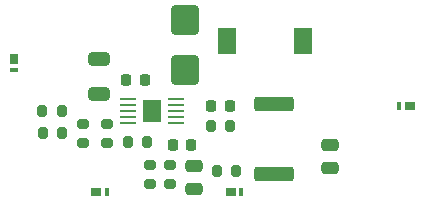
<source format=gbr>
%TF.GenerationSoftware,KiCad,Pcbnew,9.0.7-9.0.7~ubuntu24.04.1*%
%TF.CreationDate,2026-02-02T03:22:15+01:00*%
%TF.ProjectId,LaserDriver,4c617365-7244-4726-9976-65722e6b6963,rev?*%
%TF.SameCoordinates,Original*%
%TF.FileFunction,Paste,Top*%
%TF.FilePolarity,Positive*%
%FSLAX46Y46*%
G04 Gerber Fmt 4.6, Leading zero omitted, Abs format (unit mm)*
G04 Created by KiCad (PCBNEW 9.0.7-9.0.7~ubuntu24.04.1) date 2026-02-02 03:22:15*
%MOMM*%
%LPD*%
G01*
G04 APERTURE LIST*
G04 Aperture macros list*
%AMRoundRect*
0 Rectangle with rounded corners*
0 $1 Rounding radius*
0 $2 $3 $4 $5 $6 $7 $8 $9 X,Y pos of 4 corners*
0 Add a 4 corners polygon primitive as box body*
4,1,4,$2,$3,$4,$5,$6,$7,$8,$9,$2,$3,0*
0 Add four circle primitives for the rounded corners*
1,1,$1+$1,$2,$3*
1,1,$1+$1,$4,$5*
1,1,$1+$1,$6,$7*
1,1,$1+$1,$8,$9*
0 Add four rect primitives between the rounded corners*
20,1,$1+$1,$2,$3,$4,$5,0*
20,1,$1+$1,$4,$5,$6,$7,0*
20,1,$1+$1,$6,$7,$8,$9,0*
20,1,$1+$1,$8,$9,$2,$3,0*%
G04 Aperture macros list end*
%ADD10RoundRect,0.225000X-0.225000X-0.250000X0.225000X-0.250000X0.225000X0.250000X-0.225000X0.250000X0*%
%ADD11RoundRect,0.075000X0.390000X0.275000X-0.390000X0.275000X-0.390000X-0.275000X0.390000X-0.275000X0*%
%ADD12RoundRect,0.075000X0.075000X0.275000X-0.075000X0.275000X-0.075000X-0.275000X0.075000X-0.275000X0*%
%ADD13RoundRect,0.200000X-0.200000X-0.275000X0.200000X-0.275000X0.200000X0.275000X-0.200000X0.275000X0*%
%ADD14RoundRect,0.250000X1.425000X-0.362500X1.425000X0.362500X-1.425000X0.362500X-1.425000X-0.362500X0*%
%ADD15RoundRect,0.075000X-0.390000X-0.275000X0.390000X-0.275000X0.390000X0.275000X-0.390000X0.275000X0*%
%ADD16RoundRect,0.075000X-0.075000X-0.275000X0.075000X-0.275000X0.075000X0.275000X-0.075000X0.275000X0*%
%ADD17RoundRect,0.200000X0.275000X-0.200000X0.275000X0.200000X-0.275000X0.200000X-0.275000X-0.200000X0*%
%ADD18RoundRect,0.250000X0.475000X-0.250000X0.475000X0.250000X-0.475000X0.250000X-0.475000X-0.250000X0*%
%ADD19RoundRect,0.200000X-0.275000X0.200000X-0.275000X-0.200000X0.275000X-0.200000X0.275000X0.200000X0*%
%ADD20RoundRect,0.075000X-0.275000X0.390000X-0.275000X-0.390000X0.275000X-0.390000X0.275000X0.390000X0*%
%ADD21RoundRect,0.075000X-0.275000X0.075000X-0.275000X-0.075000X0.275000X-0.075000X0.275000X0.075000X0*%
%ADD22R,1.500000X2.200000*%
%ADD23RoundRect,0.250000X-0.475000X0.250000X-0.475000X-0.250000X0.475000X-0.250000X0.475000X0.250000X0*%
%ADD24RoundRect,0.250000X0.900000X-1.000000X0.900000X1.000000X-0.900000X1.000000X-0.900000X-1.000000X0*%
%ADD25RoundRect,0.250000X0.650000X-0.325000X0.650000X0.325000X-0.650000X0.325000X-0.650000X-0.325000X0*%
%ADD26O,1.450000X0.249999*%
%ADD27R,1.569999X1.879999*%
G04 APERTURE END LIST*
D10*
%TO.C,C105*%
X45225000Y-113250000D03*
X46775000Y-113250000D03*
%TD*%
D11*
%TO.C,D102*%
X65285000Y-110000000D03*
D12*
X64400000Y-110000000D03*
%TD*%
D13*
%TO.C,R111*%
X34142500Y-110425000D03*
X35792500Y-110425000D03*
%TD*%
D14*
%TO.C,R105*%
X53750000Y-115712500D03*
X53750000Y-109787500D03*
%TD*%
D15*
%TO.C,D103*%
X38715000Y-117250000D03*
D16*
X39600000Y-117250000D03*
%TD*%
D17*
%TO.C,R108*%
X43250000Y-116575000D03*
X43250000Y-114925000D03*
%TD*%
D18*
%TO.C,C106*%
X47000000Y-116950000D03*
X47000000Y-115050000D03*
%TD*%
D19*
%TO.C,R110*%
X39675000Y-111460000D03*
X39675000Y-113110000D03*
%TD*%
D20*
%TO.C,D100*%
X31785000Y-106000000D03*
D21*
X31785000Y-106885000D03*
%TD*%
D19*
%TO.C,R109*%
X37642500Y-111460000D03*
X37642500Y-113110000D03*
%TD*%
D22*
%TO.C,L100*%
X49825000Y-104435000D03*
X56225000Y-104435000D03*
%TD*%
D10*
%TO.C,C103*%
X41275000Y-107785000D03*
X42825000Y-107785000D03*
%TD*%
D23*
%TO.C,C104*%
X58500000Y-113300000D03*
X58500000Y-115200000D03*
%TD*%
D17*
%TO.C,R106*%
X45000000Y-116575000D03*
X45000000Y-114925000D03*
%TD*%
D13*
%TO.C,R103*%
X41382500Y-113035000D03*
X43032500Y-113035000D03*
%TD*%
D24*
%TO.C,D101*%
X46250000Y-106950000D03*
X46250000Y-102650000D03*
%TD*%
D10*
%TO.C,C102*%
X48475000Y-110000000D03*
X50025000Y-110000000D03*
%TD*%
D25*
%TO.C,C100*%
X39000000Y-108975000D03*
X39000000Y-106025000D03*
%TD*%
D13*
%TO.C,R112*%
X34175000Y-112250000D03*
X35825000Y-112250000D03*
%TD*%
D26*
%TO.C,U100*%
X41417501Y-109384998D03*
X41417501Y-109884997D03*
X41417501Y-110384999D03*
X41417501Y-110884998D03*
X41417501Y-111385000D03*
X45467501Y-111385000D03*
X45467501Y-110884998D03*
X45467501Y-110384999D03*
X45467501Y-109884997D03*
X45467501Y-109384998D03*
D27*
X43442501Y-110384999D03*
%TD*%
D13*
%TO.C,R104*%
X48425000Y-111625000D03*
X50075000Y-111625000D03*
%TD*%
D15*
%TO.C,D104*%
X50115000Y-117250000D03*
D16*
X51000000Y-117250000D03*
%TD*%
D13*
%TO.C,R107*%
X48925000Y-115500000D03*
X50575000Y-115500000D03*
%TD*%
M02*

</source>
